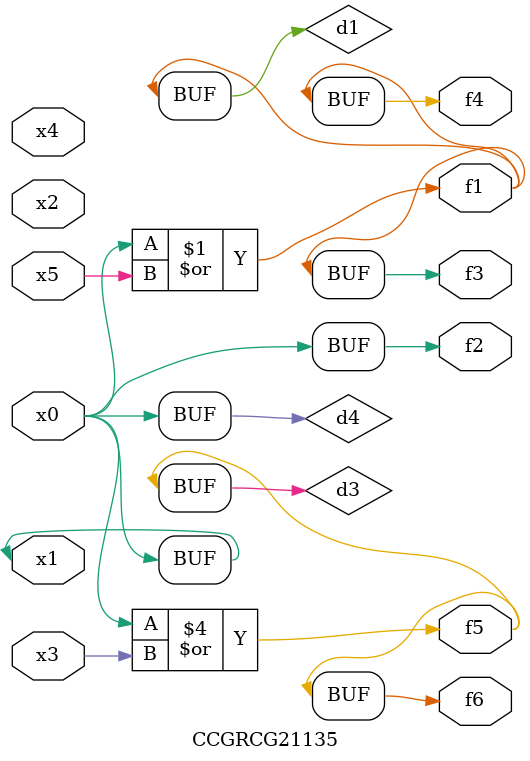
<source format=v>
module CCGRCG21135(
	input x0, x1, x2, x3, x4, x5,
	output f1, f2, f3, f4, f5, f6
);

	wire d1, d2, d3, d4;

	or (d1, x0, x5);
	xnor (d2, x1, x4);
	or (d3, x0, x3);
	buf (d4, x0, x1);
	assign f1 = d1;
	assign f2 = d4;
	assign f3 = d1;
	assign f4 = d1;
	assign f5 = d3;
	assign f6 = d3;
endmodule

</source>
